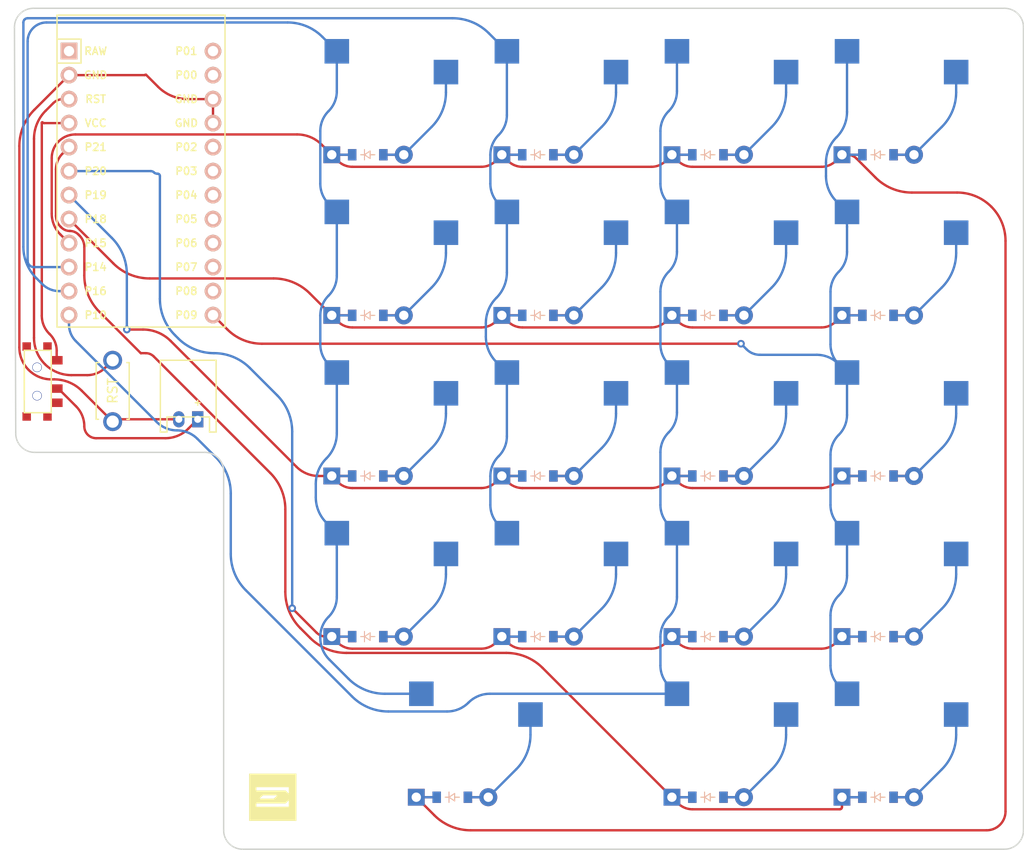
<source format=kicad_pcb>
(kicad_pcb (version 20240108) (generator "pcbnew") (generator_version "8.0")
  (title_block (title "numpad") (date "2024-05-27") (rev "v1.0.0") (company "Unknown"))
  (layers (0 "F.Cu" signal) (31 "B.Cu" signal) (34 "B.Paste" user) (35 "F.Paste" user) (36 "B.SilkS" user "B.Silkscreen") (37 "F.SilkS" user "F.Silkscreen") (38 "B.Mask" user) (39 "F.Mask" user) (44 "Edge.Cuts" user))
  (net 0 "")
  (net 1 "P14")
  (net 2 "one_bottom")
  (net 3 "one_home")
  (net 4 "one_top")
  (net 5 "one_num")
  (net 6 "P16")
  (net 7 "two_bottom")
  (net 8 "two_home")
  (net 9 "two_top")
  (net 10 "two_num")
  (net 11 "P10")
  (net 12 "three_floor")
  (net 13 "three_bottom")
  (net 14 "three_home")
  (net 15 "three_top")
  (net 16 "three_num")
  (net 17 "P9")
  (net 18 "four_floor")
  (net 19 "four_bottom")
  (net 20 "four_home")
  (net 21 "four_top")
  (net 22 "four_num")
  (net 23 "zero_only")
  (net 24 "P20")
  (net 25 "P19")
  (net 26 "P18")
  (net 27 "P15")
  (net 28 "P21")
  (net 29 "RAW")
  (net 30 "GND")
  (net 31 "RST")
  (net 32 "VCC")
  (net 33 "P1")
  (net 34 "P0")
  (net 35 "P2")
  (net 36 "P3")
  (net 37 "P4")
  (net 38 "P5")
  (net 39 "P6")
  (net 40 "P7")
  (net 41 "P8")
  (net 42 "P01")
  (footprint "E73:SPDT_C128955" (layer "F.Cu") (at 65 61 90)
    (property "Reference" "T1" (hide yes))
    (property "Value" "" (hide yes))
  )
  (footprint "PG1350" (layer "F.Cu") (at 118 83)
    (property "Reference" "S5" (hide yes))
    (property "Value" "" (hide yes))
  )
  (footprint "ComboDiode" (layer "F.Cu") (at 118 71)
    (property "Reference" "D6" (hide yes))
    (property "Value" "" (hide yes))
  )
  (footprint "ComboDiode" (layer "F.Cu") (at 136 105)
    (property "Reference" "D9" (hide yes))
    (property "Value" "" (hide yes))
  )
  (footprint "ComboDiode" (layer "F.Cu") (at 154 37)
    (property "Reference" "D18" (hide yes))
    (property "Value" "" (hide yes))
  )
  (footprint "ComboDiode" (layer "F.Cu") (at 100 54)
    (property "Reference" "D3" (hide yes))
    (property "Value" "" (hide yes))
  )
  (footprint "PG1350" (layer "F.Cu") (at 118 66)
    (property "Reference" "S6" (hide yes))
    (property "Value" "" (hide yes))
  )
  (footprint "ComboDiode" (layer "F.Cu") (at 136 54)
    (property "Reference" "D12" (hide yes))
    (property "Value" "" (hide yes))
  )
  (footprint "ComboDiode" (layer "F.Cu") (at 100 88)
    (property "Reference" "D1" (hide yes))
    (property "Value" "" (hide yes))
  )
  (footprint "ceoloide:mounting_hole_npth" (layer "F.Cu") (at 94.946 100)
    (property "Reference" "MH3" (hide yes))
    (property "Value" "")
  )
  (footprint "PG1350" (layer "F.Cu") (at 154 100)
    (property "Reference" "S14" (hide yes))
    (property "Value" "" (hide yes))
  )
  (footprint "ceoloide:mounting_hole_npth" (layer "F.Cu") (at 165.5 36)
    (property "Reference" "MH2" (hide yes))
    (property "Value" "")
  )
  (footprint "ComboDiode" (layer "F.Cu") (at 136 71)
    (property "Reference" "D11" (hide yes))
    (property "Value" "" (hide yes))
  )
  (footprint "PG1350" (layer "F.Cu") (at 118 49)
    (property "Reference" "S7" (hide yes))
    (property "Value" "" (hide yes))
  )
  (footprint "ceoloide:reset_switch_tht_top" (layer "F.Cu") (at 73 62 90)
    (property "Reference" "RST1" (hide yes))
    (property "Value" "")
  )
  (footprint "PG1350" (layer "F.Cu") (at 108.946 100)
    (property "Reference" "S19" (hide yes))
    (property "Value" "" (hide yes))
  )
  (footprint "ceoloide:mounting_hole_npth" (layer "F.Cu") (at 89 27)
    (property "Reference" "MH1" (hide yes))
    (property "Value" "")
  )
  (footprint "PG1350" (layer "F.Cu") (at 154 32)
    (property "Reference" "S18" (hide yes))
    (property "Value" "" (hide yes))
  )
  (footprint "PG1350" (layer "F.Cu") (at 136 49)
    (property "Reference" "S12" (hide yes))
    (property "Value" "" (hide yes))
  )
  (footprint "PG1350" (layer "F.Cu") (at 100 32)
    (property "Reference" "S4" (hide yes))
    (property "Value" "" (hide yes))
  )
  (footprint "ComboDiode" (layer "F.Cu") (at 136 88)
    (property "Reference" "D10" (hide yes))
    (property "Value" "" (hide yes))
  )
  (footprint "PG1350" (layer "F.Cu") (at 100 83)
    (property "Reference" "S1" (hide yes))
    (property "Value" "" (hide yes))
  )
  (footprint "ComboDiode" (layer "F.Cu") (at 100 37)
    (property "Reference" "D4" (hide yes))
    (property "Value" "" (hide yes))
  )
  (footprint "ComboDiode" (layer "F.Cu") (at 118 37)
    (property "Reference" "D8" (hide yes))
    (property "Value" "" (hide yes))
  )
  (footprint "ceoloide:mounting_hole_npth" (layer "F.Cu") (at 165.5 87)
    (property "Reference" "MH4" (hide yes))
    (property "Value" "")
  )
  (footprint "ceoloide:utility_ergogen_logo" (layer "F.Cu") (at 89.946 105)
    (property "Reference" "LOGO1" (hide yes))
    (property "Value" "")
  )
  (footprint "ComboDiode" (layer "F.Cu") (at 100 71)
    (property "Reference" "D2" (hide yes))
    (property "Value" "" (hide yes))
  )
  (footprint "PG1350" (layer "F.Cu") (at 136 66)
    (property "Reference" "S11" (hide yes))
    (property "Value" "" (hide yes))
  )
  (footprint "PG1350" (layer "F.Cu") (at 154 83)
    (property "Reference" "S15" (hide yes))
    (property "Value" "" (hide yes))
  )
  (footprint "PG1350" (layer "F.Cu") (at 118 32)
    (property "Reference" "S8" (hide yes))
    (property "Value" "" (hide yes))
  )
  (footprint "ComboDiode" (layer "F.Cu") (at 118 54)
    (property "Reference" "D7" (hide yes))
    (property "Value" "" (hide yes))
  )
  (footprint "PG1350" (layer "F.Cu") (at 136 32)
    (property "Reference" "S13" (hide yes))
    (property "Value" "" (hide yes))
  )
  (footprint "ComboDiode" (layer "F.Cu") (at 108.946 105)
    (property "Reference" "D19" (hide yes))
    (property "Value" "" (hide yes))
  )
  (footprint "ComboDiode" (layer "F.Cu") (at 136 37)
    (property "Reference" "D13" (hide yes))
    (property "Value" "" (hide yes))
  )
  (footprint "PG1350" (layer "F.Cu") (at 154 49)
    (property "Reference" "S17" (hide yes))
    (property "Value" "" (hide yes))
  )
  (footprint "JST_PH_S2B-PH-K_02x2.00mm_Angled" (layer "F.Cu") (at 81 65 180)
    (property "Reference" "JST1" (hide yes))
    (property "Value" "" (hide yes))
  )
  (footprint "PG1350" (layer "F.Cu") (at 136 83)
    (property "Reference" "S10" (hide yes))
    (property "Value" "" (hide yes))
  )
  (footprint "ComboDiode" (layer "F.Cu") (at 118 88)
    (property "Reference" "D5" (hide yes))
    (property "Value" "" (hide yes))
  )
  (footprint "PG1350" (layer "F.Cu") (at 100 49)
    (property "Reference" "S3" (hide yes))
    (property "Value" "" (hide yes))
  )
  (footprint "PG1350" (layer "F.Cu") (at 154 66)
    (property "Reference" "S16" (hide yes))
    (property "Value" "" (hide yes))
  )
  (footprint "ComboDiode" (layer "F.Cu") (at 154 105)
    (property "Reference" "D14" (hide yes))
    (property "Value" "" (hide yes))
  )
  (footprint "ComboDiode" (layer "F.Cu") (at 154 71)
    (property "Reference" "D16" (hide yes))
    (property "Value" "" (hide yes))
  )
  (footprint "PG1350" (layer "F.Cu") (at 136 100)
    (property "Reference" "S9" (hide yes))
    (property "Value" "" (hide yes))
  )
  (footprint "ComboDiode" (layer "F.Cu") (at 154 88)
    (property "Reference" "D15" (hide yes))
    (property "Value" "" (hide yes))
  )
  (footprint "PG1350" (layer "F.Cu") (at 100 66)
    (property "Reference" "S2" (hide yes))
    (property "Value" "" (hide yes))
  )
  (footprint "ProMicro" (layer "F.Cu") (at 76 40 -90)
    (property "Reference" "MCU1" (hide yes))
    (property "Value" "" (hide yes))
  )
  (footprint "ComboDiode" (layer "F.Cu") (at 154 54)
    (property "Reference" "D17" (hide yes))
    (property "Value" "" (hide yes))
  )
  (gr_arc (start 86.746 110.5) (mid 85.331786 109.914214) (end 84.746 108.5) (stroke (width 0.15)) (layer "Edge.Cuts"))
  (gr_line (start 64.606222 21.5) (end 167.4 21.5) (stroke (width 0.15)) (layer "Edge.Cuts"))
  (gr_line (start 84.746 108.5) (end 84.746 70.5) (stroke (width 0.15)) (layer "Edge.Cuts"))
  (gr_line (start 82.746 68.5) (end 64.739797 68.5) (stroke (width 0.15)) (layer "Edge.Cuts"))
  (gr_arc (start 167.4 21.5) (mid 168.814214 22.085786) (end 169.4 23.5) (stroke (width 0.15)) (layer "Edge.Cuts"))
  (gr_arc (start 62.606232 23.506213) (mid 63.189815 22.087993) (end 64.606222 21.5) (stroke (width 0.15)) (layer "Edge.Cuts"))
  (gr_arc (start 169.4 108.5) (mid 168.814214 109.914214) (end 167.4 110.5) (stroke (width 0.15)) (layer "Edge.Cuts"))
  (gr_line (start 167.4 110.5) (end 86.746 110.5) (stroke (width 0.15)) (layer "Edge.Cuts"))
  (gr_line (start 169.4 23.5) (end 169.4 108.5) (stroke (width 0.15)) (layer "Edge.Cuts"))
  (gr_line (start 62.739807 66.506213) (end 62.606232 23.506213) (stroke (width 0.15)) (layer "Edge.Cuts"))
  (gr_arc (start 64.739797 68.5) (mid 63.327784 67.916407) (end 62.739807 66.506213) (stroke (width 0.15)) (layer "Edge.Cuts"))
  (gr_arc (start 82.746 68.5) (mid 84.160214 69.085786) (end 84.746 70.5) (stroke (width 0.15)) (layer "Edge.Cuts"))
  (segment (start 96.725 30.271954) (end 96.725 26.05) (width 0.25) (layer "B.Cu") (net 1))
  (segment (start 94.976 34.494413) (end 94.976 40.06427) (width 0.25) (layer "B.Cu") (net 1))
  (segment (start 96.725 66.463687) (end 96.725 61.286729) (width 0.25) (layer "B.Cu") (net 1))
  (segment (start 96.725 44.286729) (end 96.725 49.80027) (width 0.25) (layer "B.Cu") (net 1))
  (segment (start 95.2 24.525) (end 96.725 26.05) (width 0.25) (layer "B.Cu") (net 1))
  (segment (start 94.5 71.835312) (end 94.5 73.251687) (width 0.25) (layer "B.Cu") (net 1))
  (segment (start 91.518324 23) (end 65.999998 23) (width 0.25) (layer "B.Cu") (net 1))
  (segment (start 96.725 78.623312) (end 96.725 83.80027) (width 0.25) (layer "B.Cu") (net 1))
  (segment (start 101.803963 94.05) (end 105.671 94.05) (width 0.25) (layer "B.Cu") (net 1))
  (segment (start 95.927058 90.427058) (end 97.956207 92.456207) (width 0.25) (layer "B.Cu") (net 1))
  (segment (start 94.976 57.06427) (end 94.976 54.022729) (width 0.25) (layer "B.Cu") (net 1))
  (segment (start 64 48.224228) (end 64 24.999998) (width 0.25) (layer "B.Cu") (net 1))
  (segment (start 94.976 88.131) (end 94.976 88.022729) (width 0.25) (layer "B.Cu") (net 1))
  (segment (start 64.665771 48.89) (end 68.38 48.89) (width 0.25) (layer "B.Cu") (net 1))
  (arc (start 94.976 57.06427) (mid 95.203275 58.206859) (end 95.8505 59.1755) (width 0.25) (layer "B.Cu") (net 1))
  (arc (start 96.725 30.271954) (mid 96.497724 31.414543) (end 95.8505 32.383184) (width 0.25) (layer "B.Cu") (net 1))
  (arc (start 65.999998 23) (mid 64.585785 23.585785) (end 64 24.999998) (width 0.25) (layer "B.Cu") (net 1))
  (arc (start 97.956207 92.456207) (mid 99.721572 93.635786) (end 101.803963 94.05) (width 0.25) (layer "B.Cu") (net 1))
  (arc (start 95.8505 51.9115) (mid 95.203275 52.88014) (end 94.976 54.022729) (width 0.25) (layer "B.Cu") (net 1))
  (arc (start 95.6125 75.9375) (mid 96.43587 77.169761) (end 96.725 78.623312) (width 0.25) (layer "B.Cu") (net 1))
  (arc (start 95.8505 85.9115) (mid 95.203275 86.88014) (end 94.976 88.022729) (width 0.25) (layer "B.Cu") (net 1))
  (arc (start 96.725 49.80027) (mid 96.497724 50.942859) (end 95.8505 51.9115) (width 0.25) (layer "B.Cu") (net 1))
  (arc (start 64.195 48.695) (mid 64.410991 48.839321) (end 64.665771 48.89) (width 0.25) (layer "B.Cu") (net 1))
  (arc (start 96.725 83.80027) (mid 96.497724 84.942859) (end 95.8505 85.9115) (width 0.25) (layer "B.Cu") (net 1))
  (arc (start 64 48.224228) (mid 64.050678 48.479008) (end 64.195 48.695) (width 0.25) (layer "B.Cu") (net 1))
  (arc (start 94.5 73.251687) (mid 94.789129 74.705238) (end 95.6125 75.9375) (width 0.25) (layer "B.Cu") (net 1))
  (arc (start 96.725 66.463687) (mid 96.43587 67.917238) (end 95.6125 69.1495) (width 0.25) (layer "B.Cu") (net 1))
  (arc (start 95.8505 32.383184) (mid 95.203275 33.351824) (end 94.976 34.494413) (width 0.25) (layer "B.Cu") (net 1))
  (arc (start 95.6125 69.1495) (mid 94.789129 70.381761) (end 94.5 71.835312) (width 0.25) (layer "B.Cu") (net 1))
  (arc (start 95.2 24.525) (mid 93.510832 23.396334) (end 91.518324 23) (width 0.25) (layer "B.Cu") (net 1))
  (arc (start 95.8505 59.1755) (mid 96.497724 60.14414) (end 96.725 61.286729) (width 0.25) (layer "B.Cu") (net 1))
  (arc (start 95.8505 42.1755) (mid 96.497724 43.14414) (end 96.725 44.286729) (width 0.25) (layer "B.Cu") (net 1))
  (arc (start 94.976 40.06427) (mid 95.203275 41.206859) (end 95.8505 42.1755) (width 0.25) (layer "B.Cu") (net 1))
  (arc (start 94.976 88.131) (mid 95.223171 89.373617) (end 95.927058 90.427058) (width 0.25) (layer "B.Cu") (net 1))
  (segment (start 103.81 88) (end 101.65 88) (width 0.25) (layer "F.Cu") (net 2))
  (segment (start 103.81 88) (end 106.760023 85.049976) (width 0.25) (layer "B.Cu") (net 2))
  (segment (start 103.81 88) (end 101.65 88) (width 0.25) (layer "B.Cu") (net 2))
  (segment (start 108.275 81.3925) (end 108.275 79.25) (width 0.25) (layer "B.Cu") (net 2))
  (arc (start 108.275 81.3925) (mid 107.88127 83.371911) (end 106.760023 85.049976) (width 0.25) (layer "B.Cu") (net 2))
  (segment (start 103.81 71) (end 101.65 71) (width 0.25) (layer "F.Cu") (net 3))
  (segment (start 103.81 71) (end 101.65 71) (width 0.25) (layer "B.Cu") (net 3))
  (segment (start 108.275 64.3925) (end 108.275 62.25) (width 0.25) (layer "B.Cu") (net 3))
  (segment (start 103.81 71) (end 106.760023 68.049976) (width 0.25) (layer "B.Cu") (net 3))
  (arc (start 108.275 64.3925) (mid 107.88127 66.371911) (end 106.760023 68.049976) (width 0.25) (layer "B.Cu") (net 3))
  (segment (start 101.65 54) (end 103.81 54) (width 0.25) (layer "F.Cu") (net 4))
  (segment (start 108.275 47.3925) (end 108.275 45.25) (width 0.25) (layer "B.Cu") (net 4))
  (segment (start 103.81 54) (end 101.65 54) (width 0.25) (layer "B.Cu") (net 4))
  (segment (start 106.760023 51.049976) (end 103.81 54) (width 0.25) (layer "B.Cu") (net 4))
  (arc (start 108.275 47.3925) (mid 107.88127 49.371911) (end 106.760023 51.049976) (width 0.25) (layer "B.Cu") (net 4))
  (segment (start 103.81 37) (end 101.65 37) (width 0.25) (layer "F.Cu") (net 5))
  (segment (start 103.81 37) (end 101.65 37) (width 0.25) (layer "B.Cu") (net 5))
  (segment (start 108.275 30.3925) (end 108.275 28.25) (width 0.25) (layer "B.Cu") (net 5))
  (segment (start 103.81 37) (end 106.760023 34.049976) (width 0.25) (layer "B.Cu") (net 5))
  (arc (start 108.275 30.3925) (mid 107.88127 32.371911) (end 106.760023 34.049976) (width 0.25) (layer "B.Cu") (net 5))
  (segment (start 113.6125 58.9375) (end 114.725 60.05) (width 0.25) (layer "B.Cu") (net 6))
  (segment (start 114.725 66.80027) (end 114.725 60.05) (width 0.25) (layer "B.Cu") (net 6))
  (segment (start 113.8505 76.1755) (end 114.725 77.05) (width 0.25) (layer "B.Cu") (net 6))
  (segment (start 112.976 71.022729) (end 112.976 74.06427) (width 0.25) (layer "B.Cu") (net 6))
  (segment (start 112.5 56.251687) (end 112.5 54.835312) (width 0.25) (layer "B.Cu") (net 6))
  (segment (start 112.976 37.022729) (end 112.976 40.06427) (width 0.25) (layer "B.Cu") (net 6))
  (segment (start 114.725 43.05) (end 114.725 49.463687) (width 0.25) (layer "B.Cu") (net 6))
  (segment (start 114.725 32.80027) (end 114.725 26.05) (width 0.25) (layer "B.Cu") (net 6))
  (segment (start 63.55 23) (end 63.55 46.746375) (width 0.25) (layer "B.Cu") (net 6))
  (segment (start 67.336802 51.43) (end 68.38 51.43) (width 0.25) (layer "B.Cu") (net 6))
  (segment (start 113.8505 42.1755) (end 114.725 43.05) (width 0.25) (layer "B.Cu") (net 6))
  (segment (start 112.818792 24.143792) (end 114.725 26.05) (width 0.25) (layer "B.Cu") (net 6))
  (segment (start 64.921802 50.058198) (end 65.555951 50.692347) (width 0.25) (layer "B.Cu") (net 6))
  (segment (start 64 22.55) (end 108.971036 22.55) (width 0.25) (layer "B.Cu") (net 6))
  (arc (start 112.5 56.251687) (mid 112.789129 57.705238) (end 113.6125 58.9375) (width 0.25) (layer "B.Cu") (net 6))
  (arc (start 65.555951 50.692347) (mid 66.373012 51.23829) (end 67.336802 51.43) (width 0.25) (layer "B.Cu") (net 6))
  (arc (start 114.725 49.463687) (mid 114.43587 50.917238) (end 113.6125 52.1495) (width 0.25) (layer "B.Cu") (net 6))
  (arc (start 64 22.55) (mid 63.827792 22.584254) (end 63.681802 22.681802) (width 0.25) (layer "B.Cu") (net 6))
  (arc (start 113.6125 52.1495) (mid 112.789129 53.381761) (end 112.5 54.835312) (width 0.25) (layer "B.Cu") (net 6))
  (arc (start 63.55 46.746375) (mid 63.906519 48.53872) (end 64.921802 50.058198) (width 0.25) (layer "B.Cu") (net 6))
  (arc (start 112.976 40.06427) (mid 113.203275 41.206859) (end 113.8505 42.1755) (width 0.25) (layer "B.Cu") (net 6))
  (arc (start 113.8505 34.9115) (mid 113.203275 35.88014) (end 112.976 37.022729) (width 0.25) (layer "B.Cu") (net 6))
  (arc (start 114.725 32.80027) (mid 114.497724 33.942859) (end 113.8505 34.9115) (width 0.25) (layer "B.Cu") (net 6))
  (arc (start 63.681802 22.681802) (mid 63.584254 22.827792) (end 63.55 23) (width 0.25) (layer "B.Cu") (net 6))
  (arc (start 113.8505 68.9115) (mid 113.203275 69.88014) (end 112.976 71.022729) (width 0.25) (layer "B.Cu") (net 6))
  (arc (start 112.976 74.06427) (mid 113.203275 75.206859) (end 113.8505 76.1755) (width 0.25) (layer "B.Cu") (net 6))
  (arc (start 112.818792 24.143792) (mid 111.053426 22.964213) (end 108.971036 22.55) (width 0.25) (layer "B.Cu") (net 6))
  (arc (start 114.725 66.80027) (mid 114.497724 67.942859) (end 113.8505 68.9115) (width 0.25) (layer "B.Cu") (net 6))
  (segment (start 119.65 88) (end 121.81 88) (width 0.25) (layer "F.Cu") (net 7))
  (segment (start 124.760023 85.049976) (end 121.81 88) (width 0.25) (layer "B.Cu") (net 7))
  (segment (start 121.81 88) (end 119.65 88) (width 0.25) (layer "B.Cu") (net 7))
  (segment (start 126.275 81.3925) (end 126.275 79.25) (width 0.25) (layer "B.Cu") (net 7))
  (arc (start 126.275 81.3925) (mid 125.88127 83.371911) (end 124.760023 85.049976) (width 0.25) (layer "B.Cu") (net 7))
  (segment (start 121.81 71) (end 119.65 71) (width 0.25) (layer "F.Cu") (net 8))
  (segment (start 121.81 71) (end 119.65 71) (width 0.25) (layer "B.Cu") (net 8))
  (segment (start 126.275 64.3925) (end 126.275 62.25) (width 0.25) (layer "B.Cu") (net 8))
  (segment (start 124.760023 68.049976) (end 121.81 71) (width 0.25) (layer "B.Cu") (net 8))
  (arc (start 126.275 64.3925) (mid 125.88127 66.371911) (end 124.760023 68.049976) (width 0.25) (layer "B.Cu") (net 8))
  (segment (start 119.65 54) (end 121.81 54) (width 0.25) (layer "F.Cu") (net 9))
  (segment (start 124.760023 51.049976) (end 121.81 54) (width 0.25) (layer "B.Cu") (net 9))
  (segment (start 121.81 54) (end 119.65 54) (width 0.25) (layer "B.Cu") (net 9))
  (segment (start 126.275 47.3925) (end 126.275 45.25) (width 0.25) (layer "B.Cu") (net 9))
  (arc (start 126.275 47.3925) (mid 125.88127 49.371911) (end 124.760023 51.049976) (width 0.25) (layer "B.Cu") (net 9))
  (segment (start 119.65 37) (end 121.81 37) (width 0.25) (layer "F.Cu") (net 10))
  (segment (start 126.275 30.3925) (end 126.275 28.25) (width 0.25) (layer "B.Cu") (net 10))
  (segment (start 121.81 37) (end 124.760023 34.049976) (width 0.25) (layer "B.Cu") (net 10))
  (segment (start 121.81 37) (end 119.65 37) (width 0.25) (layer "B.Cu") (net 10))
  (arc (start 126.275 30.3925) (mid 125.88127 32.371911) (end 124.760023 34.049976) (width 0.25) (layer "B.Cu") (net 10))
  (segment (start 69.099068 56.722901) (end 77.658857 65.28269) (width 0.25) (layer "B.Cu") (net 11))
  (segment (start 131.8505 76.1755) (end 132.725 77.05) (width 0.25) (layer "B.Cu") (net 11))
  (segment (start 83.906207 69.006207) (end 81.967309 67.067309) (width 0.25) (layer "B.Cu") (net 11))
  (segment (start 132.725 64.271954) (end 132.725 60.05) (width 0.25) (layer "B.Cu") (net 11))
  (segment (start 130.976 34.494413) (end 130.976 40.06427) (width 0.25) (layer "B.Cu") (net 11))
  (segment (start 112.923475 94.05) (end 132.725 94.05) (width 0.25) (layer "B.Cu") (net 11))
  (segment (start 132.725 77.05) (end 132.725 83.80027) (width 0.25) (layer "B.Cu") (net 11))
  (segment (start 131.8505 59.1755) (end 132.725 60.05) (width 0.25) (layer "B.Cu") (net 11))
  (segment (start 98.331207 94.331207) (end 87.093792 83.093792) (width 0.25) (layer "B.Cu") (net 11))
  (segment (start 102.178963 95.925) (end 108.396824 95.925) (width 0.25) (layer "B.Cu") (net 11))
  (segment (start 131.8505 93.1755) (end 132.725 94.05) (width 0.25) (layer "B.Cu") (net 11))
  (segment (start 85.5 72.853963) (end 85.5 79.246036) (width 0.25) (layer "B.Cu") (net 11))
  (segment (start 130.976 91.06427) (end 130.976 88.022729) (width 0.25) (layer "B.Cu") (net 11))
  (segment (start 130.976 51.494413) (end 130.976 57.06427) (width 0.25) (layer "B.Cu") (net 11))
  (segment (start 132.725 30.271954) (end 132.725 26.05) (width 0.25) (layer "B.Cu") (net 11))
  (segment (start 130.976 68.494413) (end 130.976 74.06427) (width 0.25) (layer "B.Cu") (net 11))
  (segment (start 131.8505 42.1755) (end 132.725 43.05) (width 0.25) (layer "B.Cu") (net 11))
  (segment (start 132.725 47.271954) (end 132.725 43.05) (width 0.25) (layer "B.Cu") (net 11))
  (segment (start 68.38 54.986916) (end 68.38 53.97) (width 0.25) (layer "B.Cu") (net 11))
  (arc (start 130.976 91.06427) (mid 131.203275 92.206859) (end 131.8505 93.1755) (width 0.25) (layer "B.Cu") (net 11))
  (arc (start 132.725 30.271954) (mid 132.497724 31.414543) (end 131.8505 32.383184) (width 0.25) (layer "B.Cu") (net 11))
  (arc (start 131.8505 49.383184) (mid 131.203275 50.351824) (end 130.976 51.494413) (width 0.25) (layer "B.Cu") (net 11))
  (arc (start 131.8505 85.9115) (mid 131.203275 86.88014) (end 130.976 88.022729) (width 0.25) (layer "B.Cu") (net 11))
  (arc (start 131.8505 66.383184) (mid 131.203275 67.351824) (end 130.976 68.494413) (width 0.25) (layer "B.Cu") (net 11))
  (arc (start 68.38 54.986916) (mid 68.566879 55.926424) (end 69.099068 56.722901) (width 0.25) (layer "B.Cu") (net 11))
  (arc (start 132.725 47.271954) (mid 132.497724 48.414543) (end 131.8505 49.383184) (width 0.25) (layer "B.Cu") (net 11))
  (arc (start 77.658857 65.28269) (mid 78.647224 65.943096) (end 79.813083 66.175) (width 0.25) (layer "B.Cu") (net 11))
  (arc (start 132.725 83.80027) (mid 132.497724 84.942859) (end 131.8505 85.9115) (width 0.25) (layer "B.Cu") (net 11))
  (arc (start 130.976 74.06427) (mid 131.203275 75.206859) (end 131.8505 76.1755) (width 0.25) (layer "B.Cu") (net 11))
  (arc (start 130.976 40.06427) (mid 131.203275 41.206859) (end 131.8505 42.1755) (width 0.25) (layer "B.Cu") (net 11))
  (arc (start 85.5 79.246036) (mid 85.914213 81.328426) (end 87.093792 83.093792) (width 0.25) (layer "B.Cu") (net 11))
  (arc (start 98.331207 94.331207) (mid 100.096572 95.510786) (end 102.178963 95.925) (width 0.25) (layer "B.Cu") (net 11))
  (arc (start 132.725 64.271954) (mid 132.497724 65.414543) (end 131.8505 66.383184) (width 0.25) (layer "B.Cu") (net 11))
  (arc (start 131.8505 32.383184) (mid 131.203275 33.351824) (end 130.976 34.494413) (width 0.25) (layer "B.Cu") (net 11))
  (arc (start 112.923475 94.05) (mid 111.698572 94.293648) (end 110.66015 94.9875) (width 0.25) (layer "B.Cu") (net 11))
  (arc (start 130.976 57.06427) (mid 131.203275 58.206859) (end 131.8505 59.1755) (width 0.25) (layer "B.Cu") (net 11))
  (arc (start 81.967309 67.067309) (mid 80.978942 66.406903) (end 79.813083 66.175) (width 0.25) (layer "B.Cu") (net 11))
  (arc (start 110.66015 94.9875) (mid 109.621727 95.681351) (end 108.396824 95.925) (width 0.25) (layer "B.Cu") (net 11))
  (arc (start 83.906207 69.006207) (mid 85.085786 70.771572) (end 85.5 72.853963) (width 0.25) (layer "B.Cu") (net 11))
  (segment (start 137.65 105) (end 139.81 105) (width 0.25) (layer "F.Cu") (net 12))
  (segment (start 139.81 105) (end 137.65 105) (width 0.25) (layer "B.Cu") (net 12))
  (segment (start 144.275 98.3925) (end 144.275 96.25) (width 0.25) (layer "B.Cu") (net 12))
  (segment (start 139.81 105) (end 142.760023 102.049976) (width 0.25) (layer "B.Cu") (net 12))
  (arc (start 144.275 98.3925) (mid 143.88127 100.371911) (end 142.760023 102.049976) (width 0.25) (layer "B.Cu") (net 12))
  (segment (start 139.81 88) (end 137.65 88) (width 0.25) (layer "F.Cu") (net 13))
  (segment (start 142.760023 85.049976) (end 139.81 88) (width 0.25) (layer "B.Cu") (net 13))
  (segment (start 139.81 88) (end 137.65 88) (width 0.25) (layer "B.Cu") (net 13))
  (segment (start 144.275 81.3925) (end 144.275 79.25) (width 0.25) (layer "B.Cu") (net 13))
  (arc (start 144.275 81.3925) (mid 143.88127 83.371911) (end 142.760023 85.049976) (width 0.25) (layer "B.Cu") (net 13))
  (segment (start 137.65 71) (end 139.81 71) (width 0.25) (layer "F.Cu") (net 14))
  (segment (start 139.81 71) (end 137.65 71) (width 0.25) (layer "B.Cu") (net 14))
  (segment (start 142.760023 68.049976) (end 139.81 71) (width 0.25) (layer "B.Cu") (net 14))
  (segment (start 144.275 64.3925) (end 144.275 62.25) (width 0.25) (layer "B.Cu") (net 14))
  (arc (start 144.275 64.3925) (mid 143.88127 66.371911) (end 142.760023 68.049976) (width 0.25) (layer "B.Cu") (net 14))
  (segment (start 137.65 54) (end 139.81 54) (width 0.25) (layer "F.Cu") (net 15))
  (segment (start 142.760023 51.049976) (end 139.81 54) (width 0.25) (layer "B.Cu") (net 15))
  (segment (start 139.81 54) (end 137.65 54) (width 0.25) (layer "B.Cu") (net 15))
  (segment (start 144.275 47.3925) (end 144.275 45.25) (width 0.25) (layer "B.Cu") (net 15))
  (arc (start 144.275 47.3925) (mid 143.88127 49.371911) (end 142.760023 51.049976) (width 0.25) (layer "B.Cu") (net 15))
  (segment (start 137.65 37) (end 139.81 37) (width 0.25) (layer "F.Cu") (net 16))
  (segment (start 139.81 37) (end 137.65 37) (width 0.25) (layer "B.Cu") (net 16))
  (segment (start 144.275 30.3925) (end 144.275 28.25) (width 0.25) (layer "B.Cu") (net 16))
  (segment (start 142.760023 34.049976) (end 139.81 37) (width 0.25) (layer "B.Cu") (net 16))
  (arc (start 144.275 30.3925) (mid 143.88127 32.371911) (end 142.760023 34.049976) (width 0.25) (layer "B.Cu") (net 16))
  (segment (start 139.5 57) (end 88.792533 57) (width 0.25) (layer "F.Cu") (net 17))
  (segment (start 85.135 55.485) (end 83.62 53.97) (width 0.25) (layer "F.Cu") (net 17))
  (via (at 139.5 57) (size 0.8) (drill 0.4) (layers "F.Cu" "B.Cu") (net 17))
  (arc (start 85.135 55.485) (mid 86.81309 56.606264) (end 88.792533 57) (width 0.25) (layer "F.Cu") (net 17))
  (segment (start 148.976 85.760729) (end 148.976 91.06427) (width 0.25) (layer "B.Cu") (net 17))
  (segment (start 149.8505 93.1755) (end 150.725 94.05) (width 0.25) (layer "B.Cu") (net 17))
  (segment (start 150.725 64.53827) (end 150.725 60.05) (width 0.25) (layer "B.Cu") (net 17))
  (segment (start 150.725 81.53827) (end 150.725 78.286729) (width 0.25) (layer "B.Cu") (net 17))
  (segment (start 150.725 32.463687) (end 150.725 26.05) (width 0.25) (layer "B.Cu") (net 17))
  (segment (start 140.0875 57.5875) (end 139.5 57) (width 0.25) (layer "B.Cu") (net 17))
  (segment (start 148.976 51.494413) (end 148.976 57.06427) (width 0.25) (layer "B.Cu") (net 17))
  (segment (start 150.725 44.623312) (end 150.725 47.271954) (width 0.25) (layer "B.Cu") (net 17))
  (segment (start 147.524174 58.175) (end 141.50585 58.175) (width 0.25) (layer "B.Cu") (net 17))
  (segment (start 148.976 68.760729) (end 148.976 74.06427) (width 0.25) (layer "B.Cu") (net 17))
  (segment (start 149.7875 59.1125) (end 150.725 60.05) (width 0.25) (layer "B.Cu") (net 17))
  (segment (start 150.725 60.05) (end 149.8505 59.1755) (width 0.25) (layer "B.Cu") (net 17))
  (segment (start 148.5 37.835312) (end 148.5 39.251687) (width 0.25) (layer "B.Cu") (net 17))
  (arc (start 149.6125 41.9375) (mid 150.43587 43.169761) (end 150.725 44.623312) (width 0.25) (layer "B.Cu") (net 17))
  (arc (start 140.0875 57.5875) (mid 140.738244 58.022313) (end 141.50585 58.175) (width 0.25) (layer "B.Cu") (net 17))
  (arc (start 149.8505 49.383184) (mid 149.203275 50.351824) (end 148.976 51.494413) (width 0.25) (layer "B.Cu") (net 17))
  (arc (start 149.8505 76.1755) (mid 150.497724 77.14414) (end 150.725 78.286729) (width 0.25) (layer "B.Cu") (net 17))
  (arc (start 150.725 47.271954) (mid 150.497724 48.414543) (end 149.8505 49.383184) (width 0.25) (layer "B.Cu") (net 17))
  (arc (start 148.976 91.06427) (mid 149.203275 92.206859) (end 149.8505 93.1755) (width 0.25) (layer "B.Cu") (net 17))
  (arc (start 149.7875 59.1125) (mid 148.749077 58.418648) (end 147.524174 58.175) (width 0.25) (layer "B.Cu") (net 17))
  (arc (start 150.725 81.53827) (mid 150.497724 82.680859) (end 149.8505 83.6495) (width 0.25) (layer "B.Cu") (net 17))
  (arc (start 148.5 39.251687) (mid 148.789129 40.705238) (end 149.6125 41.9375) (width 0.25) (layer "B.Cu") (net 17))
  (arc (start 148.976 74.06427) (mid 149.203275 75.206859) (end 149.8505 76.1755) (width 0.25) (layer "B.Cu") (net 17))
  (arc (start 150.725 64.53827) (mid 150.497724 65.680859) (end 149.8505 66.6495) (width 0.25) (layer "B.Cu") (net 17))
  (arc (start 149.6125 35.1495) (mid 148.789129 36.381761) (end 148.5 37.835312) (width 0.25) (layer "B.Cu") (net 17))
  (arc (start 150.725 32.463687) (mid 150.43587 33.917238) (end 149.6125 35.1495) (width 0.25) (layer "B.Cu") (net 17))
  (arc (start 149.8505 66.6495) (mid 149.203275 67.61814) (end 148.976 68.760729) (width 0.25) (layer "B.Cu") (net 17))
  (arc (start 149.8505 83.6495) (mid 149.203275 84.61814) (end 148.976 85.760729) (width 0.25) (layer "B.Cu") (net 17))
  (arc (start 148.976 57.06427) (mid 149.203275 58.206859) (end 149.8505 59.1755) (width 0.25) (layer "B.Cu") (net 17))
  (segment (start 155.65 105) (end 157.81 105) (width 0.25) (layer "F.Cu") (net 18))
  (segment (start 160.760023 102.049976) (end 157.81 105) (width 0.25) (layer "B.Cu") (net 18))
  (segment (start 162.275 98.3925) (end 162.275 96.25) (width 0.25) (layer "B.Cu") (net 18))
  (segment (start 157.81 105) (end 155.65 105) (width 0.25) (layer "B.Cu") (net 18))
  (arc (start 162.275 98.3925) (mid 161.88127 100.371911) (end 160.760023 102.049976) (width 0.25) (layer "B.Cu") (net 18))
  (segment (start 157.81 88) (end 155.65 88) (width 0.25) (layer "F.Cu") (net 19))
  (segment (start 162.275 81.3925) (end 162.275 79.25) (width 0.25) (layer "B.Cu") (net 19))
  (segment (start 157.81 88) (end 155.65 88) (width 0.25) (layer "B.Cu") (net 19))
  (segment (start 160.760023 85.049976) (end 157.81 88) (width 0.25) (layer "B.Cu") (net 19))
  (arc (start 162.275 81.3925) (mid 161.88127 83.371911) (end 160.760023 85.049976) (width 0.25) (layer "B.Cu") (net 19))
  (segment (start 157.81 71) (end 155.65 71) (width 0.25) (layer "F.Cu") (net 20))
  (segment (start 162.275 64.3925) (end 162.275 62.25) (width 0.25) (layer "B.Cu") (net 20))
  (segment (start 157.81 71) (end 155.65 71) (width 0.25) (layer "B.Cu") (net 20))
  (segment (start 157.81 71) (end 160.760023 68.049976) (width 0.25) (layer "B.Cu") (net 20))
  (arc (start 162.275 64.3925) (mid 161.88127 66.371911) (end 160.760023 68.049976) (width 0.25) (layer "B.Cu") (net 20))
  (segment (start 155.65 54) (end 157.81 54) (width 0.25) (layer "F.Cu") (net 21))
  (segment (start 160.760023 51.049976) (end 157.81 54) (width 0.25) (layer "B.Cu") (net 21))
  (segment (start 162.275 47.3925) (end 162.275 45.25) (width 0.25) (layer "B.Cu") (net 21))
  (segment (start 157.81 54) (end 155.65 54) (width 0.25) (layer "B.Cu") (net 21))
  (arc (start 162.275 47.3925) (mid 161.88127 49.371911) (end 160.760023 51.049976) (width 0.25) (layer "B.Cu") (net 21))
  (segment (start 155.65 37) (end 157.81 37) (width 0.25) (layer "F.Cu") (net 22))
  (segment (start 160.760023 34.049976) (end 157.81 37) (width 0.25) (layer "B.Cu") (net 22))
  (segment (start 157.81 37) (end 155.65 37) (width 0.25) (layer "B.Cu") (net 22))
  (segment (start 162.275 30.3925) (end 162.275 28.25) (width 0.25) (layer "B.Cu") (net 22))
  (arc (start 162.275 30.3925) (mid 161.88127 32.371911) (end 160.760023 34.049976) (width 0.25) (layer "B.Cu") (net 22))
  (segment (start 110.596 105) (end 112.756 105) (width 0.25) (layer "F.Cu") (net 23))
  (segment (start 112.756 105) (end 115.706023 102.049976) (width 0.25) (layer "B.Cu") (net 23))
  (segment (start 112.756 105) (end 110.596 105) (width 0.25) (layer "B.Cu") (net 23))
  (segment (start 117.221 98.3925) (end 117.221 96.25) (width 0.25) (layer "B.Cu") (net 23))
  (arc (start 117.221 98.3925) (mid 116.82727 100.371911) (end 115.706023 102.049976) (width 0.25) (layer "B.Cu") (net 23))
  (segment (start 150.19 88) (end 152.35 88) (width 0.25) (layer "F.Cu") (net 24))
  (segment (start 130.009171 89.2775) (end 116.370828 89.2775) (width 0.25) (layer "F.Cu") (net 24))
  (segment (start 96.19 88) (end 98.35 88) (width 0.25) (layer "F.Cu") (net 24))
  (segment (start 132.82875 88.63875) (end 132.19 88) (width 0.25) (layer "F.Cu") (net 24))
  (segment (start 131.55125 88.63875) (end 132.19 88) (width 0.25) (layer "F.Cu") (net 24))
  (segment (start 92 85) (end 94.579271 87.579271) (width 0.25) (layer "F.Cu") (net 24))
  (segment (start 134.370828 89.2775) (end 148.009171 89.2775) (width 0.25) (layer "F.Cu") (net 24))
  (segment (start 114.82875 88.63875) (end 114.19 88) (width 0.25) (layer "F.Cu") (net 24))
  (segment (start 113.55125 88.63875) (end 114.19 88) (width 0.25) (layer "F.Cu") (net 24))
  (segment (start 132.19 88) (end 134.35 88) (width 0.25) (layer "F.Cu") (net 24))
  (segment (start 96.19 88) (end 95.595 88) (width 0.25) (layer "F.Cu") (net 24))
  (segment (start 114.19 88) (end 116.35 88) (width 0.25) (layer "F.Cu") (net 24))
  (segment (start 112.009171 89.2775) (end 98.370828 89.2775) (width 0.25) (layer "F.Cu") (net 24))
  (segment (start 96.82875 88.63875) (end 96.19 88) (width 0.25) (layer "F.Cu") (net 24))
  (segment (start 149.55125 88.63875) (end 150.19 88) (width 0.25) (layer "F.Cu") (net 24))
  (via (at 92 85) (size 0.8) (drill 0.4) (layers "F.Cu" "B.Cu") (net 24))
  (arc (start 132.82875 88.63875) (mid 133.536261 89.111494) (end 134.370828 89.2775) (width 0.25) (layer "F.Cu") (net 24))
  (arc (start 113.55125 88.63875) (mid 112.843738 89.111494) (end 112.009171 89.2775) (width 0.25) (layer "F.Cu") (net 24))
  (arc (start 114.82875 88.63875) (mid 115.536261 89.111494) (end 116.370828 89.2775) (width 0.25) (layer "F.Cu") (net 24))
  (arc (start 131.55125 88.63875) (mid 130.843738 89.111494) (end 130.009171 89.2775) (width 0.25) (layer "F.Cu") (net 24))
  (arc (start 94.579271 87.579271) (mid 95.045291 87.890656) (end 95.595 88) (width 0.25) (layer "F.Cu") (net 24))
  (arc (start 96.82875 88.63875) (mid 97.536261 89.111494) (end 98.370828 89.2775) (width 0.25) (layer "F.Cu") (net 24))
  (arc (start 149.55125 88.63875) (mid 148.843738 89.111494) (end 148.009171 89.2775) (width 0.25) (layer "F.Cu") (net 24))
  (segment (start 78 39.25) (end 78 52.246036) (width 0.25) (layer "B.Cu") (net 24))
  (segment (start 96.19 88) (end 98.35 88) (width 0.25) (layer "B.Cu") (net 24))
  (segment (start 92 66.302858) (end 92 85) (width 0.25) (layer "B.Cu") (net 24))
  (segment (start 114.19 88) (end 116.35 88) (width 0.25) (layer "B.Cu") (net 24))
  (segment (start 79.926296 56.426296) (end 79.593792 56.093792) (width 0.25) (layer "B.Cu") (net 24))
  (segment (start 152.35 88) (end 150.19 88) (width 0.25) (layer "B.Cu") (net 24))
  (segment (start 77.039081 38.73) (end 68.38 38.73) (width 0.25) (layer "B.Cu") (net 24))
  (segment (start 90.406207 62.455102) (end 87.524808 59.573703) (width 0.25) (layer "B.Cu") (net 24))
  (segment (start 132.19 88) (end 134.35 88) (width 0.25) (layer "B.Cu") (net 24))
  (segment (start 77.75 39) (end 77.690918 39) (width 0.25) (layer "B.Cu") (net 24))
  (arc (start 90.406207 62.455102) (mid 91.585786 64.220467) (end 92 66.302858) (width 0.25) (layer "B.Cu") (net 24))
  (arc (start 78 52.246036) (mid 78.414213 54.328426) (end 79.593792 56.093792) (width 0.25) (layer "B.Cu") (net 24))
  (arc (start 79.926296 56.426296) (mid 81.669409 57.591007) (end 83.725552 58) (width 0.25) (layer "B.Cu") (net 24))
  (arc (start 87.524808 59.573703) (mid 85.781694 58.408992) (end 83.725552 58) (width 0.25) (layer "B.Cu") (net 24))
  (arc (start 77.365 38.865) (mid 77.215467 38.765085) (end 77.039081 38.73) (width 0.25) (layer "B.Cu") (net 24))
  (arc (start 77.365 38.865) (mid 77.514532 38.964914) (end 77.690918 39) (width 0.25) (layer "B.Cu") (net 24))
  (arc (start 78 39.25) (mid 77.926776 39.073223) (end 77.75 39) (width 0.25) (layer "B.Cu") (net 24))
  (segment (start 114.82875 71.63875) (end 114.19 71) (width 0.25) (layer "F.Cu") (net 25))
  (segment (start 132.82875 71.63875) (end 132.19 71) (width 0.25) (layer "F.Cu") (net 25))
  (segment (start 113.55125 71.63875) (end 114.19 71) (width 0.25) (layer "F.Cu") (net 25))
  (segment (start 116.370828 72.2775) (end 130.009171 72.2775) (width 0.25) (layer "F.Cu") (net 25))
  (segment (start 134.370828 72.2775) (end 148.009171 72.2775) (width 0.25) (layer "F.Cu") (net 25))
  (segment (start 132.19 71) (end 134.35 71) (width 0.25) (layer "F.Cu") (net 25))
  (segment (start 92.452696 70.023801) (end 79.141192 56.712297) (width 0.25) (layer "F.Cu") (net 25))
  (segment (start 98.370828 72.2775) (end 112.009171 72.2775) (width 0.25) (layer "F.Cu") (net 25))
  (segment (start 151.093328 71) (end 152.35 71) (width 0.25) (layer "F.Cu") (net 25))
  (segment (start 96.82875 71.63875) (end 96.19 71) (width 0.25) (layer "F.Cu") (net 25))
  (segment (start 76.214447 55.5) (end 74.5 55.5) (width 0.25) (layer "F.Cu") (net 25))
  (segment (start 94.809447 71) (end 96.19 71) (width 0.25) (layer "F.Cu") (net 25))
  (segment (start 131.55125 71.63875) (end 132.19 71) (width 0.25) (layer "F.Cu") (net 25))
  (segment (start 96.19 71) (end 98.35 71) (width 0.25) (layer "F.Cu") (net 25))
  (segment (start 114.19 71) (end 116.35 71) (width 0.25) (layer "F.Cu") (net 25))
  (via (at 74.5 55.5) (size 0.8) (drill 0.4) (layers "F.Cu" "B.Cu") (net 25))
  (arc (start 114.82875 71.63875) (mid 115.536261 72.111494) (end 116.370828 72.2775) (width 0.25) (layer "F.Cu") (net 25))
  (arc (start 131.55125 71.63875) (mid 130.843738 72.111494) (end 130.009171 72.2775) (width 0.25) (layer "F.Cu") (net 25))
  (arc (start 96.82875 71.63875) (mid 97.536261 72.111494) (end 98.370828 72.2775) (width 0.25) (layer "F.Cu") (net 25))
  (arc (start 149.55125 71.63875) (mid 148.843738 72.111494) (end 148.009171 72.2775) (width 0.25) (layer "F.Cu") (net 25))
  (arc (start 79.141192 56.712297) (mid 77.79839 55.815065) (end 76.214447 55.5) (width 0.25) (layer "F.Cu") (net 25))
  (arc (start 132.82875 71.63875) (mid 133.536261 72.111494) (end 134.370828 72.2775) (width 0.25) (layer "F.Cu") (net 25))
  (arc (start 92.452696 70.023801) (mid 93.533982 70.746294) (end 94.809447 71) (width 0.25) (layer "F.Cu") (net 25))
  (arc (start 151.093328 71) (mid 150.258761 71.166005) (end 149.55125 71.63875) (width 0.25) (layer "F.Cu") (net 25))
  (arc (start 113.55125 71.63875) (mid 112.843738 72.111494) (end 112.009171 72.2775) (width 0.25) (layer "F.Cu") (net 25))
  (segment (start 74.5 49.643963) (end 74.5 55.5) (width 0.25) (layer "B.Cu") (net 25))
  (segment (start 150.19 71) (end 152.35 71) (width 0.25) (layer "B.Cu") (net 25))
  (segment (start 114.19 71) (end 116.35 71) (width 0.25) (layer "B.Cu") (net 25))
  (segment (start 72.906207 45.796207) (end 68.38 41.27) (width 0.25) (layer "B.Cu") (net 25))
  (segment (start 134.35 71) (end 132.19 71) (width 0.25) (layer "B.Cu") (net 25))
  (segment (start 96.19 71) (end 98.35 71) (width 0.25) (layer "B.Cu") (net 25))
  (arc (start 72.906207 45.796207) (mid 74.085786 47.561572) (end 74.5 49.643963) (width 0.25) (layer "B.Cu") (net 25))
  (segment (start 96.82875 54.63875) (end 96.19 54) (width 0.25) (layer "F.Cu") (net 26))
  (segment (start 73.067507 48.497507) (end 68.38 43.81) (width 0.25) (layer "F.Cu") (net 26))
  (segment (start 150.19 54) (end 152.35 54) (width 0.25) (layer "F.Cu") (net 26))
  (segment (start 76.915263 50.0913) (end 90.027336 50.0913) (width 0.25) (layer "F.Cu") (net 26))
  (segment (start 131.55125 54.63875) (end 132.19 54) (width 0.25) (layer "F.Cu") (net 26))
  (segment (start 114.19 54) (end 116.35 54) (width 0.25) (layer "F.Cu") (net 26))
  (segment (start 116.370828 55.2775) (end 130.009171 55.2775) (width 0.25) (layer "F.Cu") (net 26))
  (segment (start 113.55125 54.63875) (end 114.19 54) (width 0.25) (layer "F.Cu") (net 26))
  (segment (start 149.55125 54.63875) (end 150.19 54) (width 0.25) (layer "F.Cu") (net 26))
  (segment (start 132.19 54) (end 134.35 54) (width 0.25) (layer "F.Cu") (net 26))
  (segment (start 96.19 54) (end 93.875092 51.685092) (width 0.25) (layer "F.Cu") (net 26))
  (segment (start 114.82875 54.63875) (end 114.19 54) (width 0.25) (layer "F.Cu") (net 26))
  (segment (start 98.370828 55.2775) (end 112.009171 55.2775) (width 0.25) (layer "F.Cu") (net 26))
  (segment (start 134.370828 55.2775) (end 148.009171 55.2775) (width 0.25) (layer "F.Cu") (net 26))
  (segment (start 96.19 54) (end 98.35 54) (width 0.25) (layer "F.Cu") (net 26))
  (segment (start 132.82875 54.63875) (end 132.19 54) (width 0.25) (layer "F.Cu") (net 26))
  (arc (start 73.067507 48.497507) (mid 74.832872 49.677086) (end 76.915263 50.0913) (width 0.25) (layer "F.Cu") (net 26))
  (arc (start 131.55125 54.63875) (mid 130.843738 55.111494) (end 130.009171 55.2775) (width 0.25) (layer "F.Cu") (net 26))
  (arc (start 114.82875 54.63875) (mid 115.536261 55.111494) (end 116.370828 55.2775) (width 0.25) (layer "F.Cu") (net 26))
  (arc (start 132.82875 54.63875) (mid 133.536261 55.111494) (end 134.370828 55.2775) (width 0.25) (layer "F.Cu") (net 26))
  (arc (start 113.55125 54.63875) (mid 112.843738 55.111494) (end 112.009171 55.2775) (width 0.25) (layer "F.Cu") (net 26))
  (arc (start 149.55125 54.63875) (mid 148.843738 55.111494) (end 148.009171 55.2775) (width 0.25) (layer "F.Cu") (net 26))
  (arc (start 93.875092 51.685092) (mid 92.109726 50.505513) (end 90.027336 50.0913) (width 0.25) (layer "F.Cu") (net 26))
  (arc (start 96.82875 54.63875) (mid 97.536261 55.111494) (end 98.370828 55.2775) (width 0.25) (layer "F.Cu") (net 26))
  (segment (start 98.35 54) (end 96.19 54) (width 0.25) (layer "B.Cu") (net 26))
  (segment (start 134.35 54) (end 132.19 54) (width 0.25) (layer "B.Cu") (net 26))
  (segment (start 150.19 54) (end 152.35 54) (width 0.25) (layer "B.Cu") (net 26))
  (segment (start 114.19 54) (end 116.35 54) (width 0.25) (layer "B.Cu") (net 26))
  (segment (start 113.55125 37.63875) (end 114.19 37) (width 0.25) (layer "F.Cu") (net 27))
  (segment (start 96.19 37) (end 95.11565 35.92565) (width 0.25) (layer "F.Cu") (net 27))
  (segment (start 162.378679 41) (end 157.582963 41) (width 0.25) (layer "F.Cu") (net 27))
  (segment (start 150.19 37) (end 152.35 37) (width 0.25) (layer "F.Cu") (net 27))
  (segment (start 132.19 37) (end 134.35 37) (width 0.25) (layer "F.Cu") (net 27))
  (segment (start 98.370828 38.2775) (end 112.009171 38.2775) (width 0.25) (layer "F.Cu") (net 27))
  (segment (start 66.55 37.360414) (end 66.55 43.225994) (width 0.25) (layer "F.Cu") (net 27))
  (segment (start 116.370828 38.2775) (end 130.009171 38.2775) (width 0.25) (layer "F.Cu") (net 27))
  (segment (start 114.19 37) (end 116.35 37) (width 0.25) (layer "F.Cu") (net 27))
  (segment (start 165.500001 108.5) (end 110.889963 108.5) (width 0.25) (layer "F.Cu") (net 27))
  (segment (start 105.136 105) (end 107.042207 106.906207) (width 0.25) (layer "F.Cu") (net 27))
  (segment (start 105.136 105) (end 107.296 105) (width 0.25) (layer "F.Cu") (net 27))
  (segment (start 150.7595 37) (end 150.19 37) (width 0.25) (layer "F.Cu") (net 27))
  (segment (start 167.5 46.12132) (end 167.5 106.500001) (width 0.25) (layer "F.Cu") (net 27))
  (segment (start 148.009171 38.2775) (end 134.370828 38.2775) (width 0.25) (layer "F.Cu") (net 27))
  (segment (start 132.19 37) (end 131.55125 37.63875) (width 0.25) (layer "F.Cu") (net 27))
  (segment (start 114.19 37) (end 114.82875 37.63875) (width 0.25) (layer "F.Cu") (net 27))
  (segment (start 67.465 45.435) (end 68.38 46.35) (width 0.25) (layer "F.Cu") (net 27))
  (segment (start 132.19 37) (end 132.82875 37.63875) (width 0.25) (layer "F.Cu") (net 27))
  (segment (start 151.731697 37.402697) (end 153.735207 39.406207) (width 0.25) (layer "F.Cu") (net 27))
  (segment (start 92.521939 34.8513) (end 69.059114 34.8513) (width 0.25) (layer "F.Cu") (net 27))
  (segment (start 149.55125 37.63875) (end 150.19 37) (width 0.25) (layer "F.Cu") (net 27))
  (segment (start 96.82875 37.63875) (end 96.19 37) (width 0.25) (layer "F.Cu") (net 27))
  (segment (start 96.19 37) (end 98.35 37) (width 0.25) (layer "F.Cu") (net 27))
  (arc (start 95.11565 35.92565) (mid 93.925645 35.130514) (end 92.521939 34.8513) (width 0.25) (layer "F.Cu") (net 27))
  (arc (start 131.55125 37.63875) (mid 130.843738 38.111494) (end 130.009171 38.2775) (width 0.25) (layer "F.Cu") (net 27))
  (arc (start 132.82875 37.63875) (mid 133.536261 38.111494) (end 134.370828 38.2775) (width 0.25) (layer "F.Cu") (net 27))
  (arc (start 167.5 106.500001) (mid 166.914213 107.914213) (end 165.500001 108.5) (width 0.25) (layer "F.Cu") (net 27))
  (arc (start 96.82875 37.63875) (mid 97.536261 38.111494) (end 98.370828 38.2775) (width 0.25) (layer "F.Cu") (net 27))
  (arc (start 113.55125 37.63875) (mid 112.843738 38.111494) (end 112.009171 38.2775) (width 0.25) (layer "F.Cu") (net 27))
  (arc (start 151.731697 37.402697) (mid 151.285649 37.104657) (end 150.7595 37) (width 0.25) (layer "F.Cu") (net 27))
  (arc (start 69.059114 34.8513) (mid 68.098917 35.042294) (end 67.284902 35.586202) (width 0.25) (layer "F.Cu") (net 27))
  (arc (start 166 42.5) (mid 164.338523 41.389837) (end 162.378679 41) (width 0.25) (layer "F.Cu") (net 27))
  (arc (start 153.735207 39.406207) (mid 155.500572 40.585786) (end 157.582963 41) (width 0.25) (layer "F.Cu") (net 27))
  (arc (start 166 42.5) (mid 167.110162 44.161475) (end 167.5 46.12132) (width 0.25) (layer "F.Cu") (net 27))
  (arc (start 149.55125 37.63875) (mid 148.843738 38.111494) (end 148.009171 38.2775) (width 0.25) (layer "F.Cu") (net 27))
  (arc (start 107.042207 106.906207) (mid 108.807572 108.085786) (end 110.889963 108.5) (width 0.25) (layer "F.Cu") (net 27))
  (arc (start 67.284902 35.586202) (mid 66.740994 36.400217) (end 66.55 37.360414) (width 0.25) (layer "F.Cu") (net 27))
  (arc (start 114.82875 37.63875) (mid 115.536261 38.111494) (end 116.370828 38.2775) (width 0.25) (layer "F.Cu") (net 27))
  (arc (start 66.55 43.225994) (mid 66.7878 44.421499) (end 67.465 45.435) (width 0.25) (layer "F.Cu") (net 27))
  (segment (start 105.136 105) (end 107.296 105) (width 0.25) (layer "B.Cu") (net 27))
  (segment (start 150.19 37) (end 152.35 37) (width 0.25) (layer "B.Cu") (net 27))
  (segment (start 132.19 37) (end 134.35 37) (width 0.25) (layer "B.Cu") (net 27))
  (segment (start 114.19 37) (end 116.35 37) (width 0.25) (layer "B.Cu") (net 27))
  (segment (start 96.19 37) (end 98.35 37) (width 0.25) (layer "B.Cu") (net 27))
  (segment (start 91.275 83.259036) (end 91.275 74.528963) (width 0.25) (layer "F.Cu") (net 28))
  (segment (start 118.511292 91.321292) (end 132.19 105) (width 0.25) (layer "F.Cu") (net 28))
  (segment (start 76.012652 58) (end 75.987347 58) (width 0.25) (layer "F.Cu") (net 28))
  (segment (start 114.663536 89.7275) (end 97.743463 89.7275) (width 0.25) (layer "F.Cu") (net 28))
  (segment (start 132.19 105) (end 134.35 105) (width 0.25) (layer "F.Cu") (net 28))
  (segment (start 132.82875 105.63875) (end 132.19 105) (width 0.25) (layer "F.Cu") (net 28))
  (segment (start 67 43.465981) (end 67 38.545807) (width 0.25) (layer "F.Cu") (net 28))
  (segment (start 150.19 106.041065) (end 150.19 105) (width 0.25) (layer "F.Cu") (net 28))
  (segment (start 77.353553 58.353553) (end 89.681207 70.681207) (width 0.25) (layer "F.Cu") (net 28))
  (segment (start 69.5 45.566396) (end 69.37565 45.442046) (width 0.25) (layer "F.Cu") (net 28))
  (segment (start 149.953565 106.2775) (end 134.370828 106.2775) (width 0.25) (layer "F.Cu") (net 28))
  (segment (start 92.868792 87.106792) (end 93.895707 88.133707) (width 0.25) (layer "F.Cu") (net 28))
  (segment (start 150.19 105) (end 152.35 105) (width 0.25) (layer "F.Cu") (net 28))
  (segment (start 67.56185 44.690745) (end 67.46875 44.597645) (width 0.25) (layer "F.Cu") (net 28))
  (segment (start 70 46.773502) (end 70 49.771341) (width 0.25) (layer "F.Cu") (net 28))
  (segment (start 75.965748 57.991053) (end 71.593792 53.619097) (width 0.25) (layer "F.Cu") (net 28))
  (segment (start 76.012652 58) (end 76.5 58) (width 0.25) (layer "F.Cu") (net 28))
  (segment (start 67.69 36.88) (end 68.38 36.19) (width 0.25) (layer "F.Cu") (net 28))
  (arc (start 67.56185 44.690745) (mid 67.977939 44.968767) (end 68.46875 45.066396) (width 0.25) (layer "F.Cu") (net 28))
  (arc (start 150.19 106.041065) (mid 150.172002 106.131545) (end 150.12075 106.20825) (width 0.25) (layer "F.Cu") (net 28))
  (arc (start 150.12075 106.20825) (mid 150.044045 106.259502) (end 149.953565 106.2775) (width 0.25) (layer "F.Cu") (net 28))
  (arc (start 67 43.465981) (mid 67.121824 44.078433) (end 67.46875 44.597645) (width 0.25) (layer "F.Cu") (net 28))
  (arc (start 132.82875 105.63875) (mid 133.536261 106.111494) (end 134.370828 106.2775) (width 0.25) (layer "F.Cu") (net 28))
  (arc (start 91.275 83.259036) (mid 91.689213 85.341426) (end 92.868792 87.106792) (width 0.25) (layer "F.Cu") (net 28))
  (arc (start 69.37565 45.442046) (mid 68.95956 45.164024) (end 68.46875 45.066396) (width 0.25) (layer "F.Cu") (net 28))
  (arc (start 89.681207 70.681207) (mid 90.860786 72.446572) (end 91.275 74.528963) (width 0.25) (layer "F.Cu") (net 28))
  (arc (start 93.895707 88.133707) (mid 95.661072 89.313286) (end 97.743463 89.7275) (width 0.25) (layer "F.Cu") (net 28))
  (arc (start 70 49.771341) (mid 70.414213 51.853731) (end 71.593792 53.619097) (width 0.25) (layer "F.Cu") (net 28))
  (arc (start 75.965748 57.991053) (mid 75.975657 57.997674) (end 75.987347 58) (width 0.25) (layer "F.Cu") (net 28))
  (arc (start 69.5 45.566396) (mid 69.870054 46.120221) (end 70 46.773502) (width 0.25) (layer "F.Cu") (net 28))
  (arc (start 118.511292 91.321292) (mid 116.745926 90.141713) (end 114.663536 89.7275) (width 0.25) (layer "F.Cu") (net 28))
  (arc (start 67.69 36.88) (mid 67.179325 37.644278) (end 67 38.545807) (width 0.25) (layer "F.Cu") (net 28))
  (arc (start 77.353553 58.353553) (mid 76.961939 58.091885) (end 76.5 58) (width 0.25) (layer "F.Cu") (net 28))
  (segment (start 132.19 105) (end 134.35 105) (width 0.25) (layer "B.Cu") (net 28))
  (segment (start 150.19 105) (end 152.35 105) (width 0.25) (layer "B.Cu") (net 28))
  (segment (start 76.535 28.535) (end 77.805 29.805) (width 0.25) (layer "F.Cu") (net 30))
  (segment (start 66.51066 60.775) (end 66.816637 60.775) (width 0.25) (layer "F.Cu") (net 30))
  (segment (start 73.426776 65) (end 80 65) (width 0.25) (layer "F.Cu") (net 30))
  (segment (start 76.380502 28.57) (end 68.38 28.57) (width 0.25) (layer "F.Cu") (net 30))
  (segment (start 64.718792 32.231207) (end 68.38 28.57) (width 0.25) (layer "F.Cu") (net 30))
  (segment (start 83.62 31.11) (end 83.62 33.65) (width 0.25) (layer "F.Cu") (net 30))
  (segment (start 72.875 65.125) (end 69.732995 61.982995) (width 0.25) (layer "F.Cu") (net 30))
  (segment (start 63.125 57.389339) (end 63.125 36.078963) (width 0.25) (layer "F.Cu") (net 30))
  (segment (start 83.62 31.11) (end 80.955548 31.11) (width 0.25) (layer "F.Cu") (net 30))
  (arc (start 64.718792 32.231207) (mid 63.539213 33.996572) (end 63.125 36.078963) (width 0.25) (layer "F.Cu") (net 30))
  (arc (start 69.732995 61.982995) (mid 68.394958 61.088947) (end 66.816637 60.775) (width 0.25) (layer "F.Cu") (net 30))
  (arc (start 73.426776 65) (mid 73.263456 65.032486) (end 73.125 65.125) (width 0.25) (layer "F.Cu") (net 30))
  (arc (start 76.535 28.535) (mid 76.5 28.520502) (end 76.465 28.535) (width 0.25) (layer "F.Cu") (net 30))
  (arc (start 77.805 29.805) (mid 79.250483 30.770841) (end 80.955548 31.11) (width 0.25) (layer "F.Cu") (net 30))
  (arc (start 63.125 57.389339) (mid 63.382718 58.684975) (end 64.116637 59.783363) (width 0.25) (layer "F.Cu") (net 30))
  (arc (start 64.116637 59.783363) (mid 65.215024 60.517281) (end 66.51066 60.775) (width 0.25) (layer "F.Cu") (net 30))
  (arc (start 72.875 65.125) (mid 73 65.176776) (end 73.125 65.125) (width 0.25) (layer "F.Cu") (net 30))
  (arc (start 76.465 28.535) (mid 76.426232 28.560903) (end 76.380502 28.57) (width 0.25) (layer "F.Cu") (net 30))
  (segment (start 70.311306 60.325) (end 68.629898 60.325) (width 0.25) (layer "F.Cu") (net 31))
  (segment (start 64.675 35.319255) (end 64.675 56.370101) (width 0.25) (layer "F.Cu") (net 31))
  (segment (start 65.907862 32.342862) (end 66.702575 31.548149) (width 0.25) (layer "F.Cu") (net 31))
  (segment (start 72.2125 59.5375) (end 73 58.75) (width 0.25) (layer "F.Cu") (net 31))
  (segment (start 67.760362 31.11) (end 68.38 31.11) (width 0.25) (layer "F.Cu") (net 31))
  (arc (start 67.760362 31.11) (mid 67.187891 31.223871) (end 66.702575 31.548149) (width 0.25) (layer "F.Cu") (net 31))
  (arc (start 65.833363 59.166637) (mid 67.116424 60.023951) (end 68.629898 60.325) (width 0.25) (layer "F.Cu") (net 31))
  (arc (start 72.2125 59.5375) (mid 71.340224 60.120335) (end 70.311306 60.325) (width 0.25) (layer "F.Cu") (net 31))
  (arc (start 64.675 56.370101) (mid 64.976048 57.883575) (end 65.833363 59.166637) (width 0.25) (layer "F.Cu") (net 31))
  (arc (start 65.907862 32.342862) (mid 64.99541 33.708443) (end 64.675 35.319255) (width 0.25) (layer "F.Cu") (net 31))
  (segment (start 65.756066 33.65) (end 68.38 33.65) (width 0.25) (layer "F.Cu") (net 32))
  (segment (start 65.5 54.036306) (end 65.5 33.606066) (width 0.25) (layer "F.Cu") (net 32))
  (segment (start 67.075 57.7375) (end 67.075 58.75) (width 0.25) (layer "F.Cu") (net 32))
  (segment (start 66.359054 56.009054) (end 66.2875 55.9375) (width 0.25) (layer "F.Cu") (net 32))
  (arc (start 65.575 33.575) (mid 65.527121 33.565476) (end 65.5 33.606066) (width 0.25) (layer "F.Cu") (net 32))
  (arc (start 65.575 33.575) (mid 65.658073 33.630508) (end 65.756066 33.65) (width 0.25) (layer "F.Cu") (net 32))
  (arc (start 65.5 54.036306) (mid 65.704664 55.065224) (end 66.2875 55.9375) (width 0.25) (layer "F.Cu") (net 32))
  (arc (start 66.359054 56.009054) (mid 66.888931 56.802071) (end 67.075 57.7375) (width 0.25) (layer "F.Cu") (net 32))
  (segment (start 81 66) (end 82 65) (width 0.25) (layer "F.Cu") (net 42))
  (segment (start 69.116116 63.616116) (end 67.311871 61.811871) (width 0.25) (layer "F.Cu") (net 42))
  (segment (start 67.1625 61.75) (end 67.075 61.75) (width 0.25) (layer "F.Cu") (net 42))
  (segment (start 71.25 67) (end 78.585786 67) (width 0.25) (layer "F.Cu") (net 42))
  (arc (start 69.116116 63.616116) (mid 69.770286 64.59515) (end 70 65.75) (width 0.25) (layer "F.Cu") (net 42))
  (arc (start 70 65.75) (mid 70.366116 66.633883) (end 71.25 67) (width 0.25) (layer "F.Cu") (net 42))
  (arc (start 67.311871 61.811871) (mid 67.243339 61.766079) (end 67.1625 61.75) (width 0.25) (layer "F.Cu") (net 42))
  (arc (start 81 66) (mid 79.892349 66.740108) (end 78.585786 67) (width 0.25) (layer "F.Cu") (net 42))
)
</source>
